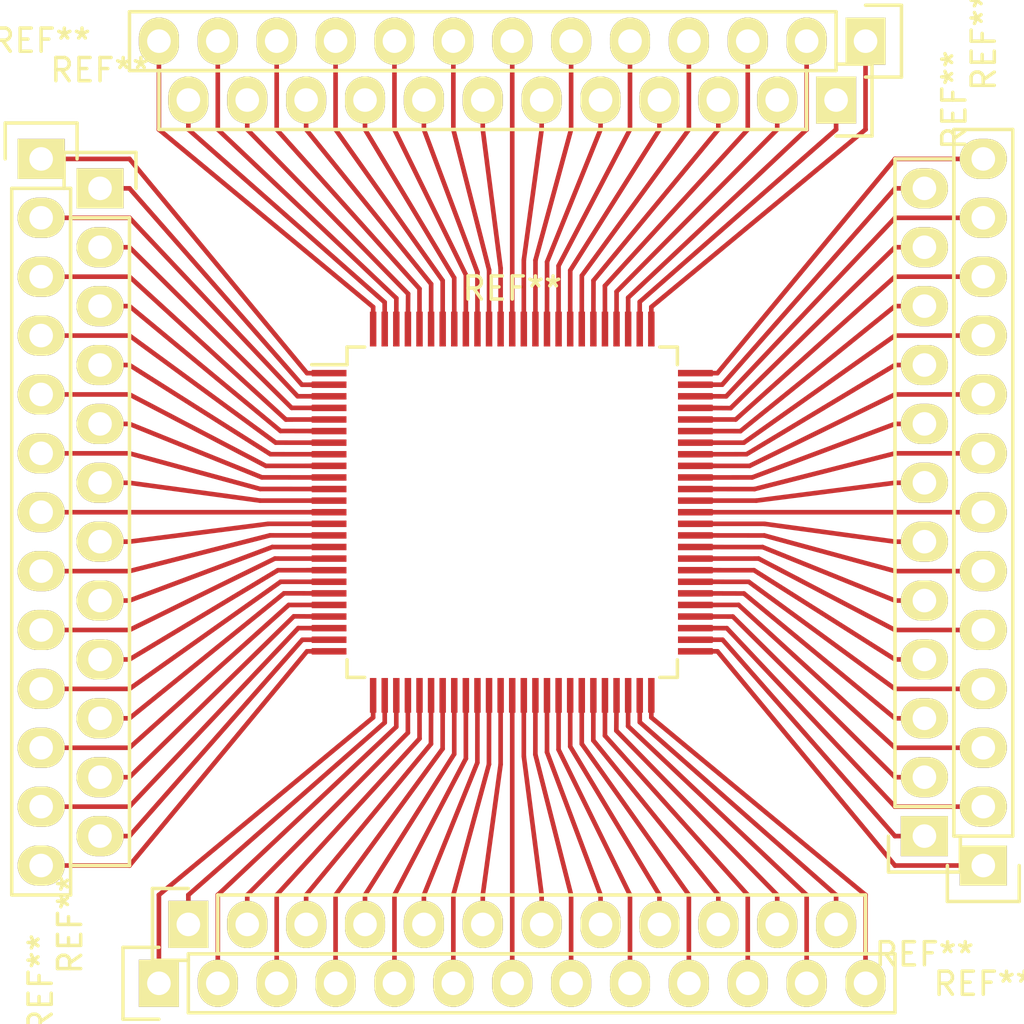
<source format=kicad_pcb>
(kicad_pcb (version 4) (host pcbnew 4.0.4+e1-6308~48~ubuntu14.04.1-stable)

  (general
    (links 0)
    (no_connects 0)
    (area 63.745713 49.775713 124.214287 110.244287)
    (thickness 1.6)
    (drawings 0)
    (tracks 320)
    (zones 0)
    (modules 9)
    (nets 1)
  )

  (page A4)
  (layers
    (0 F.Cu signal)
    (1 In1.Cu signal)
    (2 In2.Cu signal)
    (3 In3.Cu signal)
    (4 In4.Cu signal)
    (31 B.Cu signal)
    (32 B.Adhes user hide)
    (33 F.Adhes user hide)
    (34 B.Paste user hide)
    (35 F.Paste user hide)
    (36 B.SilkS user hide)
    (37 F.SilkS user hide)
    (38 B.Mask user hide)
    (39 F.Mask user hide)
    (40 Dwgs.User user hide)
    (41 Cmts.User user)
    (42 Eco1.User user)
    (43 Eco2.User user hide)
    (44 Edge.Cuts user hide)
    (45 Margin user)
    (46 B.CrtYd user hide)
    (47 F.CrtYd user hide)
    (48 B.Fab user hide)
    (49 F.Fab user hide)
  )

  (setup
    (last_trace_width 0.2)
    (trace_clearance 0.2)
    (zone_clearance 0.508)
    (zone_45_only no)
    (trace_min 0.2)
    (segment_width 0.2)
    (edge_width 0.15)
    (via_size 0.6)
    (via_drill 0.4)
    (via_min_size 0.4)
    (via_min_drill 0.3)
    (uvia_size 0.3)
    (uvia_drill 0.1)
    (uvias_allowed no)
    (uvia_min_size 0.2)
    (uvia_min_drill 0.1)
    (pcb_text_width 0.3)
    (pcb_text_size 1.5 1.5)
    (mod_edge_width 0.15)
    (mod_text_size 1 1)
    (mod_text_width 0.15)
    (pad_size 1.524 1.524)
    (pad_drill 0.762)
    (pad_to_mask_clearance 0.2)
    (aux_axis_origin 0 0)
    (visible_elements FFFFFF7F)
    (pcbplotparams
      (layerselection 0x00200_00000001)
      (usegerberextensions false)
      (excludeedgelayer true)
      (linewidth 0.100000)
      (plotframeref false)
      (viasonmask false)
      (mode 1)
      (useauxorigin false)
      (hpglpennumber 1)
      (hpglpenspeed 20)
      (hpglpendiameter 15)
      (hpglpenoverlay 2)
      (psnegative false)
      (psa4output false)
      (plotreference true)
      (plotvalue true)
      (plotinvisibletext false)
      (padsonsilk false)
      (subtractmaskfromsilk false)
      (outputformat 1)
      (mirror false)
      (drillshape 0)
      (scaleselection 1)
      (outputdirectory out/usb/))
  )

  (net 0 "")

  (net_class Default "This is the default net class."
    (clearance 0.2)
    (trace_width 0.2)
    (via_dia 0.6)
    (via_drill 0.4)
    (uvia_dia 0.3)
    (uvia_drill 0.1)
  )

  (module Pin_Headers:Pin_Header_Straight_1x13 (layer F.Cu) (tedit 0) (tstamp 57FE4ED2)
    (at 78.74 100.33 90)
    (descr "Through hole pin header")
    (tags "pin header")
    (fp_text reference REF** (at 0 -5.1 90) (layer F.SilkS)
      (effects (font (size 1 1) (thickness 0.15)))
    )
    (fp_text value Pin_Header_Straight_1x13 (at 0 -3.1 90) (layer F.Fab)
      (effects (font (size 1 1) (thickness 0.15)))
    )
    (fp_line (start -1.75 -1.75) (end -1.75 32.25) (layer F.CrtYd) (width 0.05))
    (fp_line (start 1.75 -1.75) (end 1.75 32.25) (layer F.CrtYd) (width 0.05))
    (fp_line (start -1.75 -1.75) (end 1.75 -1.75) (layer F.CrtYd) (width 0.05))
    (fp_line (start -1.75 32.25) (end 1.75 32.25) (layer F.CrtYd) (width 0.05))
    (fp_line (start -1.27 1.27) (end -1.27 31.75) (layer F.SilkS) (width 0.15))
    (fp_line (start -1.27 31.75) (end 1.27 31.75) (layer F.SilkS) (width 0.15))
    (fp_line (start 1.27 31.75) (end 1.27 1.27) (layer F.SilkS) (width 0.15))
    (fp_line (start 1.55 -1.55) (end 1.55 0) (layer F.SilkS) (width 0.15))
    (fp_line (start 1.27 1.27) (end -1.27 1.27) (layer F.SilkS) (width 0.15))
    (fp_line (start -1.55 0) (end -1.55 -1.55) (layer F.SilkS) (width 0.15))
    (fp_line (start -1.55 -1.55) (end 1.55 -1.55) (layer F.SilkS) (width 0.15))
    (pad 1 thru_hole rect (at 0 0 90) (size 2.032 1.7272) (drill 1.016) (layers *.Cu *.Mask F.SilkS))
    (pad 2 thru_hole oval (at 0 2.54 90) (size 2.032 1.7272) (drill 1.016) (layers *.Cu *.Mask F.SilkS))
    (pad 3 thru_hole oval (at 0 5.08 90) (size 2.032 1.7272) (drill 1.016) (layers *.Cu *.Mask F.SilkS))
    (pad 4 thru_hole oval (at 0 7.62 90) (size 2.032 1.7272) (drill 1.016) (layers *.Cu *.Mask F.SilkS))
    (pad 5 thru_hole oval (at 0 10.16 90) (size 2.032 1.7272) (drill 1.016) (layers *.Cu *.Mask F.SilkS))
    (pad 6 thru_hole oval (at 0 12.7 90) (size 2.032 1.7272) (drill 1.016) (layers *.Cu *.Mask F.SilkS))
    (pad 7 thru_hole oval (at 0 15.24 90) (size 2.032 1.7272) (drill 1.016) (layers *.Cu *.Mask F.SilkS))
    (pad 8 thru_hole oval (at 0 17.78 90) (size 2.032 1.7272) (drill 1.016) (layers *.Cu *.Mask F.SilkS))
    (pad 9 thru_hole oval (at 0 20.32 90) (size 2.032 1.7272) (drill 1.016) (layers *.Cu *.Mask F.SilkS))
    (pad 10 thru_hole oval (at 0 22.86 90) (size 2.032 1.7272) (drill 1.016) (layers *.Cu *.Mask F.SilkS))
    (pad 11 thru_hole oval (at 0 25.4 90) (size 2.032 1.7272) (drill 1.016) (layers *.Cu *.Mask F.SilkS))
    (pad 12 thru_hole oval (at 0 27.94 90) (size 2.032 1.7272) (drill 1.016) (layers *.Cu *.Mask F.SilkS))
    (pad 13 thru_hole oval (at 0 30.48 90) (size 2.032 1.7272) (drill 1.016) (layers *.Cu *.Mask F.SilkS))
    (model Pin_Headers.3dshapes/Pin_Header_Straight_1x13.wrl
      (at (xyz 0 -0.6 0))
      (scale (xyz 1 1 1))
      (rotate (xyz 0 0 90))
    )
  )

  (module Pin_Headers:Pin_Header_Straight_1x12 (layer F.Cu) (tedit 0) (tstamp 57FE4EB3)
    (at 80.01 97.79 90)
    (descr "Through hole pin header")
    (tags "pin header")
    (fp_text reference REF** (at 0 -5.1 90) (layer F.SilkS)
      (effects (font (size 1 1) (thickness 0.15)))
    )
    (fp_text value Pin_Header_Straight_1x12 (at 0 -3.1 90) (layer F.Fab)
      (effects (font (size 1 1) (thickness 0.15)))
    )
    (fp_line (start -1.75 -1.75) (end -1.75 29.7) (layer F.CrtYd) (width 0.05))
    (fp_line (start 1.75 -1.75) (end 1.75 29.7) (layer F.CrtYd) (width 0.05))
    (fp_line (start -1.75 -1.75) (end 1.75 -1.75) (layer F.CrtYd) (width 0.05))
    (fp_line (start -1.75 29.7) (end 1.75 29.7) (layer F.CrtYd) (width 0.05))
    (fp_line (start 1.27 1.27) (end 1.27 29.21) (layer F.SilkS) (width 0.15))
    (fp_line (start 1.27 29.21) (end -1.27 29.21) (layer F.SilkS) (width 0.15))
    (fp_line (start -1.27 29.21) (end -1.27 1.27) (layer F.SilkS) (width 0.15))
    (fp_line (start 1.55 -1.55) (end 1.55 0) (layer F.SilkS) (width 0.15))
    (fp_line (start 1.27 1.27) (end -1.27 1.27) (layer F.SilkS) (width 0.15))
    (fp_line (start -1.55 0) (end -1.55 -1.55) (layer F.SilkS) (width 0.15))
    (fp_line (start -1.55 -1.55) (end 1.55 -1.55) (layer F.SilkS) (width 0.15))
    (pad 1 thru_hole rect (at 0 0 90) (size 2.032 1.7272) (drill 1.016) (layers *.Cu *.Mask F.SilkS))
    (pad 2 thru_hole oval (at 0 2.54 90) (size 2.032 1.7272) (drill 1.016) (layers *.Cu *.Mask F.SilkS))
    (pad 3 thru_hole oval (at 0 5.08 90) (size 2.032 1.7272) (drill 1.016) (layers *.Cu *.Mask F.SilkS))
    (pad 4 thru_hole oval (at 0 7.62 90) (size 2.032 1.7272) (drill 1.016) (layers *.Cu *.Mask F.SilkS))
    (pad 5 thru_hole oval (at 0 10.16 90) (size 2.032 1.7272) (drill 1.016) (layers *.Cu *.Mask F.SilkS))
    (pad 6 thru_hole oval (at 0 12.7 90) (size 2.032 1.7272) (drill 1.016) (layers *.Cu *.Mask F.SilkS))
    (pad 7 thru_hole oval (at 0 15.24 90) (size 2.032 1.7272) (drill 1.016) (layers *.Cu *.Mask F.SilkS))
    (pad 8 thru_hole oval (at 0 17.78 90) (size 2.032 1.7272) (drill 1.016) (layers *.Cu *.Mask F.SilkS))
    (pad 9 thru_hole oval (at 0 20.32 90) (size 2.032 1.7272) (drill 1.016) (layers *.Cu *.Mask F.SilkS))
    (pad 10 thru_hole oval (at 0 22.86 90) (size 2.032 1.7272) (drill 1.016) (layers *.Cu *.Mask F.SilkS))
    (pad 11 thru_hole oval (at 0 25.4 90) (size 2.032 1.7272) (drill 1.016) (layers *.Cu *.Mask F.SilkS))
    (pad 12 thru_hole oval (at 0 27.94 90) (size 2.032 1.7272) (drill 1.016) (layers *.Cu *.Mask F.SilkS))
    (model Pin_Headers.3dshapes/Pin_Header_Straight_1x12.wrl
      (at (xyz 0 -0.55 0))
      (scale (xyz 1 1 1))
      (rotate (xyz 0 0 90))
    )
  )

  (module Pin_Headers:Pin_Header_Straight_1x12 (layer F.Cu) (tedit 0) (tstamp 57FE4E92)
    (at 107.95 62.23 270)
    (descr "Through hole pin header")
    (tags "pin header")
    (fp_text reference REF** (at 0 -5.1 270) (layer F.SilkS)
      (effects (font (size 1 1) (thickness 0.15)))
    )
    (fp_text value Pin_Header_Straight_1x12 (at 0 -3.1 270) (layer F.Fab)
      (effects (font (size 1 1) (thickness 0.15)))
    )
    (fp_line (start -1.75 -1.75) (end -1.75 29.7) (layer F.CrtYd) (width 0.05))
    (fp_line (start 1.75 -1.75) (end 1.75 29.7) (layer F.CrtYd) (width 0.05))
    (fp_line (start -1.75 -1.75) (end 1.75 -1.75) (layer F.CrtYd) (width 0.05))
    (fp_line (start -1.75 29.7) (end 1.75 29.7) (layer F.CrtYd) (width 0.05))
    (fp_line (start 1.27 1.27) (end 1.27 29.21) (layer F.SilkS) (width 0.15))
    (fp_line (start 1.27 29.21) (end -1.27 29.21) (layer F.SilkS) (width 0.15))
    (fp_line (start -1.27 29.21) (end -1.27 1.27) (layer F.SilkS) (width 0.15))
    (fp_line (start 1.55 -1.55) (end 1.55 0) (layer F.SilkS) (width 0.15))
    (fp_line (start 1.27 1.27) (end -1.27 1.27) (layer F.SilkS) (width 0.15))
    (fp_line (start -1.55 0) (end -1.55 -1.55) (layer F.SilkS) (width 0.15))
    (fp_line (start -1.55 -1.55) (end 1.55 -1.55) (layer F.SilkS) (width 0.15))
    (pad 1 thru_hole rect (at 0 0 270) (size 2.032 1.7272) (drill 1.016) (layers *.Cu *.Mask F.SilkS))
    (pad 2 thru_hole oval (at 0 2.54 270) (size 2.032 1.7272) (drill 1.016) (layers *.Cu *.Mask F.SilkS))
    (pad 3 thru_hole oval (at 0 5.08 270) (size 2.032 1.7272) (drill 1.016) (layers *.Cu *.Mask F.SilkS))
    (pad 4 thru_hole oval (at 0 7.62 270) (size 2.032 1.7272) (drill 1.016) (layers *.Cu *.Mask F.SilkS))
    (pad 5 thru_hole oval (at 0 10.16 270) (size 2.032 1.7272) (drill 1.016) (layers *.Cu *.Mask F.SilkS))
    (pad 6 thru_hole oval (at 0 12.7 270) (size 2.032 1.7272) (drill 1.016) (layers *.Cu *.Mask F.SilkS))
    (pad 7 thru_hole oval (at 0 15.24 270) (size 2.032 1.7272) (drill 1.016) (layers *.Cu *.Mask F.SilkS))
    (pad 8 thru_hole oval (at 0 17.78 270) (size 2.032 1.7272) (drill 1.016) (layers *.Cu *.Mask F.SilkS))
    (pad 9 thru_hole oval (at 0 20.32 270) (size 2.032 1.7272) (drill 1.016) (layers *.Cu *.Mask F.SilkS))
    (pad 10 thru_hole oval (at 0 22.86 270) (size 2.032 1.7272) (drill 1.016) (layers *.Cu *.Mask F.SilkS))
    (pad 11 thru_hole oval (at 0 25.4 270) (size 2.032 1.7272) (drill 1.016) (layers *.Cu *.Mask F.SilkS))
    (pad 12 thru_hole oval (at 0 27.94 270) (size 2.032 1.7272) (drill 1.016) (layers *.Cu *.Mask F.SilkS))
    (model Pin_Headers.3dshapes/Pin_Header_Straight_1x12.wrl
      (at (xyz 0 -0.55 0))
      (scale (xyz 1 1 1))
      (rotate (xyz 0 0 90))
    )
  )

  (module Pin_Headers:Pin_Header_Straight_1x13 (layer F.Cu) (tedit 0) (tstamp 57FE4E73)
    (at 109.22 59.69 270)
    (descr "Through hole pin header")
    (tags "pin header")
    (fp_text reference REF** (at 0 -5.1 270) (layer F.SilkS)
      (effects (font (size 1 1) (thickness 0.15)))
    )
    (fp_text value Pin_Header_Straight_1x13 (at 0 -3.1 270) (layer F.Fab)
      (effects (font (size 1 1) (thickness 0.15)))
    )
    (fp_line (start -1.75 -1.75) (end -1.75 32.25) (layer F.CrtYd) (width 0.05))
    (fp_line (start 1.75 -1.75) (end 1.75 32.25) (layer F.CrtYd) (width 0.05))
    (fp_line (start -1.75 -1.75) (end 1.75 -1.75) (layer F.CrtYd) (width 0.05))
    (fp_line (start -1.75 32.25) (end 1.75 32.25) (layer F.CrtYd) (width 0.05))
    (fp_line (start -1.27 1.27) (end -1.27 31.75) (layer F.SilkS) (width 0.15))
    (fp_line (start -1.27 31.75) (end 1.27 31.75) (layer F.SilkS) (width 0.15))
    (fp_line (start 1.27 31.75) (end 1.27 1.27) (layer F.SilkS) (width 0.15))
    (fp_line (start 1.55 -1.55) (end 1.55 0) (layer F.SilkS) (width 0.15))
    (fp_line (start 1.27 1.27) (end -1.27 1.27) (layer F.SilkS) (width 0.15))
    (fp_line (start -1.55 0) (end -1.55 -1.55) (layer F.SilkS) (width 0.15))
    (fp_line (start -1.55 -1.55) (end 1.55 -1.55) (layer F.SilkS) (width 0.15))
    (pad 1 thru_hole rect (at 0 0 270) (size 2.032 1.7272) (drill 1.016) (layers *.Cu *.Mask F.SilkS))
    (pad 2 thru_hole oval (at 0 2.54 270) (size 2.032 1.7272) (drill 1.016) (layers *.Cu *.Mask F.SilkS))
    (pad 3 thru_hole oval (at 0 5.08 270) (size 2.032 1.7272) (drill 1.016) (layers *.Cu *.Mask F.SilkS))
    (pad 4 thru_hole oval (at 0 7.62 270) (size 2.032 1.7272) (drill 1.016) (layers *.Cu *.Mask F.SilkS))
    (pad 5 thru_hole oval (at 0 10.16 270) (size 2.032 1.7272) (drill 1.016) (layers *.Cu *.Mask F.SilkS))
    (pad 6 thru_hole oval (at 0 12.7 270) (size 2.032 1.7272) (drill 1.016) (layers *.Cu *.Mask F.SilkS))
    (pad 7 thru_hole oval (at 0 15.24 270) (size 2.032 1.7272) (drill 1.016) (layers *.Cu *.Mask F.SilkS))
    (pad 8 thru_hole oval (at 0 17.78 270) (size 2.032 1.7272) (drill 1.016) (layers *.Cu *.Mask F.SilkS))
    (pad 9 thru_hole oval (at 0 20.32 270) (size 2.032 1.7272) (drill 1.016) (layers *.Cu *.Mask F.SilkS))
    (pad 10 thru_hole oval (at 0 22.86 270) (size 2.032 1.7272) (drill 1.016) (layers *.Cu *.Mask F.SilkS))
    (pad 11 thru_hole oval (at 0 25.4 270) (size 2.032 1.7272) (drill 1.016) (layers *.Cu *.Mask F.SilkS))
    (pad 12 thru_hole oval (at 0 27.94 270) (size 2.032 1.7272) (drill 1.016) (layers *.Cu *.Mask F.SilkS))
    (pad 13 thru_hole oval (at 0 30.48 270) (size 2.032 1.7272) (drill 1.016) (layers *.Cu *.Mask F.SilkS))
    (model Pin_Headers.3dshapes/Pin_Header_Straight_1x13.wrl
      (at (xyz 0 -0.6 0))
      (scale (xyz 1 1 1))
      (rotate (xyz 0 0 90))
    )
  )

  (module Pin_Headers:Pin_Header_Straight_1x13 (layer F.Cu) (tedit 0) (tstamp 57FE4E1A)
    (at 114.3 95.25 180)
    (descr "Through hole pin header")
    (tags "pin header")
    (fp_text reference REF** (at 0 -5.1 180) (layer F.SilkS)
      (effects (font (size 1 1) (thickness 0.15)))
    )
    (fp_text value Pin_Header_Straight_1x13 (at 0 -3.1 180) (layer F.Fab)
      (effects (font (size 1 1) (thickness 0.15)))
    )
    (fp_line (start -1.75 -1.75) (end -1.75 32.25) (layer F.CrtYd) (width 0.05))
    (fp_line (start 1.75 -1.75) (end 1.75 32.25) (layer F.CrtYd) (width 0.05))
    (fp_line (start -1.75 -1.75) (end 1.75 -1.75) (layer F.CrtYd) (width 0.05))
    (fp_line (start -1.75 32.25) (end 1.75 32.25) (layer F.CrtYd) (width 0.05))
    (fp_line (start -1.27 1.27) (end -1.27 31.75) (layer F.SilkS) (width 0.15))
    (fp_line (start -1.27 31.75) (end 1.27 31.75) (layer F.SilkS) (width 0.15))
    (fp_line (start 1.27 31.75) (end 1.27 1.27) (layer F.SilkS) (width 0.15))
    (fp_line (start 1.55 -1.55) (end 1.55 0) (layer F.SilkS) (width 0.15))
    (fp_line (start 1.27 1.27) (end -1.27 1.27) (layer F.SilkS) (width 0.15))
    (fp_line (start -1.55 0) (end -1.55 -1.55) (layer F.SilkS) (width 0.15))
    (fp_line (start -1.55 -1.55) (end 1.55 -1.55) (layer F.SilkS) (width 0.15))
    (pad 1 thru_hole rect (at 0 0 180) (size 2.032 1.7272) (drill 1.016) (layers *.Cu *.Mask F.SilkS))
    (pad 2 thru_hole oval (at 0 2.54 180) (size 2.032 1.7272) (drill 1.016) (layers *.Cu *.Mask F.SilkS))
    (pad 3 thru_hole oval (at 0 5.08 180) (size 2.032 1.7272) (drill 1.016) (layers *.Cu *.Mask F.SilkS))
    (pad 4 thru_hole oval (at 0 7.62 180) (size 2.032 1.7272) (drill 1.016) (layers *.Cu *.Mask F.SilkS))
    (pad 5 thru_hole oval (at 0 10.16 180) (size 2.032 1.7272) (drill 1.016) (layers *.Cu *.Mask F.SilkS))
    (pad 6 thru_hole oval (at 0 12.7 180) (size 2.032 1.7272) (drill 1.016) (layers *.Cu *.Mask F.SilkS))
    (pad 7 thru_hole oval (at 0 15.24 180) (size 2.032 1.7272) (drill 1.016) (layers *.Cu *.Mask F.SilkS))
    (pad 8 thru_hole oval (at 0 17.78 180) (size 2.032 1.7272) (drill 1.016) (layers *.Cu *.Mask F.SilkS))
    (pad 9 thru_hole oval (at 0 20.32 180) (size 2.032 1.7272) (drill 1.016) (layers *.Cu *.Mask F.SilkS))
    (pad 10 thru_hole oval (at 0 22.86 180) (size 2.032 1.7272) (drill 1.016) (layers *.Cu *.Mask F.SilkS))
    (pad 11 thru_hole oval (at 0 25.4 180) (size 2.032 1.7272) (drill 1.016) (layers *.Cu *.Mask F.SilkS))
    (pad 12 thru_hole oval (at 0 27.94 180) (size 2.032 1.7272) (drill 1.016) (layers *.Cu *.Mask F.SilkS))
    (pad 13 thru_hole oval (at 0 30.48 180) (size 2.032 1.7272) (drill 1.016) (layers *.Cu *.Mask F.SilkS))
    (model Pin_Headers.3dshapes/Pin_Header_Straight_1x13.wrl
      (at (xyz 0 -0.6 0))
      (scale (xyz 1 1 1))
      (rotate (xyz 0 0 90))
    )
  )

  (module Pin_Headers:Pin_Header_Straight_1x12 (layer F.Cu) (tedit 0) (tstamp 57FE4E00)
    (at 111.76 93.98 180)
    (descr "Through hole pin header")
    (tags "pin header")
    (fp_text reference REF** (at 0 -5.1 180) (layer F.SilkS)
      (effects (font (size 1 1) (thickness 0.15)))
    )
    (fp_text value Pin_Header_Straight_1x12 (at 0 -3.1 180) (layer F.Fab)
      (effects (font (size 1 1) (thickness 0.15)))
    )
    (fp_line (start -1.75 -1.75) (end -1.75 29.7) (layer F.CrtYd) (width 0.05))
    (fp_line (start 1.75 -1.75) (end 1.75 29.7) (layer F.CrtYd) (width 0.05))
    (fp_line (start -1.75 -1.75) (end 1.75 -1.75) (layer F.CrtYd) (width 0.05))
    (fp_line (start -1.75 29.7) (end 1.75 29.7) (layer F.CrtYd) (width 0.05))
    (fp_line (start 1.27 1.27) (end 1.27 29.21) (layer F.SilkS) (width 0.15))
    (fp_line (start 1.27 29.21) (end -1.27 29.21) (layer F.SilkS) (width 0.15))
    (fp_line (start -1.27 29.21) (end -1.27 1.27) (layer F.SilkS) (width 0.15))
    (fp_line (start 1.55 -1.55) (end 1.55 0) (layer F.SilkS) (width 0.15))
    (fp_line (start 1.27 1.27) (end -1.27 1.27) (layer F.SilkS) (width 0.15))
    (fp_line (start -1.55 0) (end -1.55 -1.55) (layer F.SilkS) (width 0.15))
    (fp_line (start -1.55 -1.55) (end 1.55 -1.55) (layer F.SilkS) (width 0.15))
    (pad 1 thru_hole rect (at 0 0 180) (size 2.032 1.7272) (drill 1.016) (layers *.Cu *.Mask F.SilkS))
    (pad 2 thru_hole oval (at 0 2.54 180) (size 2.032 1.7272) (drill 1.016) (layers *.Cu *.Mask F.SilkS))
    (pad 3 thru_hole oval (at 0 5.08 180) (size 2.032 1.7272) (drill 1.016) (layers *.Cu *.Mask F.SilkS))
    (pad 4 thru_hole oval (at 0 7.62 180) (size 2.032 1.7272) (drill 1.016) (layers *.Cu *.Mask F.SilkS))
    (pad 5 thru_hole oval (at 0 10.16 180) (size 2.032 1.7272) (drill 1.016) (layers *.Cu *.Mask F.SilkS))
    (pad 6 thru_hole oval (at 0 12.7 180) (size 2.032 1.7272) (drill 1.016) (layers *.Cu *.Mask F.SilkS))
    (pad 7 thru_hole oval (at 0 15.24 180) (size 2.032 1.7272) (drill 1.016) (layers *.Cu *.Mask F.SilkS))
    (pad 8 thru_hole oval (at 0 17.78 180) (size 2.032 1.7272) (drill 1.016) (layers *.Cu *.Mask F.SilkS))
    (pad 9 thru_hole oval (at 0 20.32 180) (size 2.032 1.7272) (drill 1.016) (layers *.Cu *.Mask F.SilkS))
    (pad 10 thru_hole oval (at 0 22.86 180) (size 2.032 1.7272) (drill 1.016) (layers *.Cu *.Mask F.SilkS))
    (pad 11 thru_hole oval (at 0 25.4 180) (size 2.032 1.7272) (drill 1.016) (layers *.Cu *.Mask F.SilkS))
    (pad 12 thru_hole oval (at 0 27.94 180) (size 2.032 1.7272) (drill 1.016) (layers *.Cu *.Mask F.SilkS))
    (model Pin_Headers.3dshapes/Pin_Header_Straight_1x12.wrl
      (at (xyz 0 -0.55 0))
      (scale (xyz 1 1 1))
      (rotate (xyz 0 0 90))
    )
  )

  (module Housings_QFP:LQFP-100_14x14mm_Pitch0.5mm (layer F.Cu) (tedit 54130A77) (tstamp 57FD4E90)
    (at 93.98 80.01)
    (descr "LQFP100: plastic low profile quad flat package; 100 leads; body 14 x 14 x 1.4 mm (see NXP sot407-1_po.pdf and sot407-1_fr.pdf)")
    (tags "QFP 0.5")
    (attr smd)
    (fp_text reference REF** (at 0 -9.65) (layer F.SilkS)
      (effects (font (size 1 1) (thickness 0.15)))
    )
    (fp_text value LQFP-100_14x14mm_Pitch0.5mm (at 0 9.65) (layer F.Fab)
      (effects (font (size 1 1) (thickness 0.15)))
    )
    (fp_line (start -8.9 -8.9) (end -8.9 8.9) (layer F.CrtYd) (width 0.05))
    (fp_line (start 8.9 -8.9) (end 8.9 8.9) (layer F.CrtYd) (width 0.05))
    (fp_line (start -8.9 -8.9) (end 8.9 -8.9) (layer F.CrtYd) (width 0.05))
    (fp_line (start -8.9 8.9) (end 8.9 8.9) (layer F.CrtYd) (width 0.05))
    (fp_line (start -7.125 -7.125) (end -7.125 -6.365) (layer F.SilkS) (width 0.15))
    (fp_line (start 7.125 -7.125) (end 7.125 -6.365) (layer F.SilkS) (width 0.15))
    (fp_line (start 7.125 7.125) (end 7.125 6.365) (layer F.SilkS) (width 0.15))
    (fp_line (start -7.125 7.125) (end -7.125 6.365) (layer F.SilkS) (width 0.15))
    (fp_line (start -7.125 -7.125) (end -6.365 -7.125) (layer F.SilkS) (width 0.15))
    (fp_line (start -7.125 7.125) (end -6.365 7.125) (layer F.SilkS) (width 0.15))
    (fp_line (start 7.125 7.125) (end 6.365 7.125) (layer F.SilkS) (width 0.15))
    (fp_line (start 7.125 -7.125) (end 6.365 -7.125) (layer F.SilkS) (width 0.15))
    (fp_line (start -7.125 -6.365) (end -8.65 -6.365) (layer F.SilkS) (width 0.15))
    (pad 1 smd rect (at -7.9 -6) (size 1.5 0.28) (layers F.Cu F.Paste F.Mask))
    (pad 2 smd rect (at -7.9 -5.5) (size 1.5 0.28) (layers F.Cu F.Paste F.Mask))
    (pad 3 smd rect (at -7.9 -5) (size 1.5 0.28) (layers F.Cu F.Paste F.Mask))
    (pad 4 smd rect (at -7.9 -4.5) (size 1.5 0.28) (layers F.Cu F.Paste F.Mask))
    (pad 5 smd rect (at -7.9 -4) (size 1.5 0.28) (layers F.Cu F.Paste F.Mask))
    (pad 6 smd rect (at -7.9 -3.5) (size 1.5 0.28) (layers F.Cu F.Paste F.Mask))
    (pad 7 smd rect (at -7.9 -3) (size 1.5 0.28) (layers F.Cu F.Paste F.Mask))
    (pad 8 smd rect (at -7.9 -2.5) (size 1.5 0.28) (layers F.Cu F.Paste F.Mask))
    (pad 9 smd rect (at -7.9 -2) (size 1.5 0.28) (layers F.Cu F.Paste F.Mask))
    (pad 10 smd rect (at -7.9 -1.5) (size 1.5 0.28) (layers F.Cu F.Paste F.Mask))
    (pad 11 smd rect (at -7.9 -1) (size 1.5 0.28) (layers F.Cu F.Paste F.Mask))
    (pad 12 smd rect (at -7.9 -0.5) (size 1.5 0.28) (layers F.Cu F.Paste F.Mask))
    (pad 13 smd rect (at -7.9 0) (size 1.5 0.28) (layers F.Cu F.Paste F.Mask))
    (pad 14 smd rect (at -7.9 0.5) (size 1.5 0.28) (layers F.Cu F.Paste F.Mask))
    (pad 15 smd rect (at -7.9 1) (size 1.5 0.28) (layers F.Cu F.Paste F.Mask))
    (pad 16 smd rect (at -7.9 1.5) (size 1.5 0.28) (layers F.Cu F.Paste F.Mask))
    (pad 17 smd rect (at -7.9 2) (size 1.5 0.28) (layers F.Cu F.Paste F.Mask))
    (pad 18 smd rect (at -7.9 2.5) (size 1.5 0.28) (layers F.Cu F.Paste F.Mask))
    (pad 19 smd rect (at -7.9 3) (size 1.5 0.28) (layers F.Cu F.Paste F.Mask))
    (pad 20 smd rect (at -7.9 3.5) (size 1.5 0.28) (layers F.Cu F.Paste F.Mask))
    (pad 21 smd rect (at -7.9 4) (size 1.5 0.28) (layers F.Cu F.Paste F.Mask))
    (pad 22 smd rect (at -7.9 4.5) (size 1.5 0.28) (layers F.Cu F.Paste F.Mask))
    (pad 23 smd rect (at -7.9 5) (size 1.5 0.28) (layers F.Cu F.Paste F.Mask))
    (pad 24 smd rect (at -7.9 5.5) (size 1.5 0.28) (layers F.Cu F.Paste F.Mask))
    (pad 25 smd rect (at -7.9 6) (size 1.5 0.28) (layers F.Cu F.Paste F.Mask))
    (pad 26 smd rect (at -6 7.9 90) (size 1.5 0.28) (layers F.Cu F.Paste F.Mask))
    (pad 27 smd rect (at -5.5 7.9 90) (size 1.5 0.28) (layers F.Cu F.Paste F.Mask))
    (pad 28 smd rect (at -5 7.9 90) (size 1.5 0.28) (layers F.Cu F.Paste F.Mask))
    (pad 29 smd rect (at -4.5 7.9 90) (size 1.5 0.28) (layers F.Cu F.Paste F.Mask))
    (pad 30 smd rect (at -4 7.9 90) (size 1.5 0.28) (layers F.Cu F.Paste F.Mask))
    (pad 31 smd rect (at -3.5 7.9 90) (size 1.5 0.28) (layers F.Cu F.Paste F.Mask))
    (pad 32 smd rect (at -3 7.9 90) (size 1.5 0.28) (layers F.Cu F.Paste F.Mask))
    (pad 33 smd rect (at -2.5 7.9 90) (size 1.5 0.28) (layers F.Cu F.Paste F.Mask))
    (pad 34 smd rect (at -2 7.9 90) (size 1.5 0.28) (layers F.Cu F.Paste F.Mask))
    (pad 35 smd rect (at -1.5 7.9 90) (size 1.5 0.28) (layers F.Cu F.Paste F.Mask))
    (pad 36 smd rect (at -1 7.9 90) (size 1.5 0.28) (layers F.Cu F.Paste F.Mask))
    (pad 37 smd rect (at -0.5 7.9 90) (size 1.5 0.28) (layers F.Cu F.Paste F.Mask))
    (pad 38 smd rect (at 0 7.9 90) (size 1.5 0.28) (layers F.Cu F.Paste F.Mask))
    (pad 39 smd rect (at 0.5 7.9 90) (size 1.5 0.28) (layers F.Cu F.Paste F.Mask))
    (pad 40 smd rect (at 1 7.9 90) (size 1.5 0.28) (layers F.Cu F.Paste F.Mask))
    (pad 41 smd rect (at 1.5 7.9 90) (size 1.5 0.28) (layers F.Cu F.Paste F.Mask))
    (pad 42 smd rect (at 2 7.9 90) (size 1.5 0.28) (layers F.Cu F.Paste F.Mask))
    (pad 43 smd rect (at 2.5 7.9 90) (size 1.5 0.28) (layers F.Cu F.Paste F.Mask))
    (pad 44 smd rect (at 3 7.9 90) (size 1.5 0.28) (layers F.Cu F.Paste F.Mask))
    (pad 45 smd rect (at 3.5 7.9 90) (size 1.5 0.28) (layers F.Cu F.Paste F.Mask))
    (pad 46 smd rect (at 4 7.9 90) (size 1.5 0.28) (layers F.Cu F.Paste F.Mask))
    (pad 47 smd rect (at 4.5 7.9 90) (size 1.5 0.28) (layers F.Cu F.Paste F.Mask))
    (pad 48 smd rect (at 5 7.9 90) (size 1.5 0.28) (layers F.Cu F.Paste F.Mask))
    (pad 49 smd rect (at 5.5 7.9 90) (size 1.5 0.28) (layers F.Cu F.Paste F.Mask))
    (pad 50 smd rect (at 6 7.9 90) (size 1.5 0.28) (layers F.Cu F.Paste F.Mask))
    (pad 51 smd rect (at 7.9 6) (size 1.5 0.28) (layers F.Cu F.Paste F.Mask))
    (pad 52 smd rect (at 7.9 5.5) (size 1.5 0.28) (layers F.Cu F.Paste F.Mask))
    (pad 53 smd rect (at 7.9 5) (size 1.5 0.28) (layers F.Cu F.Paste F.Mask))
    (pad 54 smd rect (at 7.9 4.5) (size 1.5 0.28) (layers F.Cu F.Paste F.Mask))
    (pad 55 smd rect (at 7.9 4) (size 1.5 0.28) (layers F.Cu F.Paste F.Mask))
    (pad 56 smd rect (at 7.9 3.5) (size 1.5 0.28) (layers F.Cu F.Paste F.Mask))
    (pad 57 smd rect (at 7.9 3) (size 1.5 0.28) (layers F.Cu F.Paste F.Mask))
    (pad 58 smd rect (at 7.9 2.5) (size 1.5 0.28) (layers F.Cu F.Paste F.Mask))
    (pad 59 smd rect (at 7.9 2) (size 1.5 0.28) (layers F.Cu F.Paste F.Mask))
    (pad 60 smd rect (at 7.9 1.5) (size 1.5 0.28) (layers F.Cu F.Paste F.Mask))
    (pad 61 smd rect (at 7.9 1) (size 1.5 0.28) (layers F.Cu F.Paste F.Mask))
    (pad 62 smd rect (at 7.9 0.5) (size 1.5 0.28) (layers F.Cu F.Paste F.Mask))
    (pad 63 smd rect (at 7.9 0) (size 1.5 0.28) (layers F.Cu F.Paste F.Mask))
    (pad 64 smd rect (at 7.9 -0.5) (size 1.5 0.28) (layers F.Cu F.Paste F.Mask))
    (pad 65 smd rect (at 7.9 -1) (size 1.5 0.28) (layers F.Cu F.Paste F.Mask))
    (pad 66 smd rect (at 7.9 -1.5) (size 1.5 0.28) (layers F.Cu F.Paste F.Mask))
    (pad 67 smd rect (at 7.9 -2) (size 1.5 0.28) (layers F.Cu F.Paste F.Mask))
    (pad 68 smd rect (at 7.9 -2.5) (size 1.5 0.28) (layers F.Cu F.Paste F.Mask))
    (pad 69 smd rect (at 7.9 -3) (size 1.5 0.28) (layers F.Cu F.Paste F.Mask))
    (pad 70 smd rect (at 7.9 -3.5) (size 1.5 0.28) (layers F.Cu F.Paste F.Mask))
    (pad 71 smd rect (at 7.9 -4) (size 1.5 0.28) (layers F.Cu F.Paste F.Mask))
    (pad 72 smd rect (at 7.9 -4.5) (size 1.5 0.28) (layers F.Cu F.Paste F.Mask))
    (pad 73 smd rect (at 7.9 -5) (size 1.5 0.28) (layers F.Cu F.Paste F.Mask))
    (pad 74 smd rect (at 7.9 -5.5) (size 1.5 0.28) (layers F.Cu F.Paste F.Mask))
    (pad 75 smd rect (at 7.9 -6) (size 1.5 0.28) (layers F.Cu F.Paste F.Mask))
    (pad 76 smd rect (at 6 -7.9 90) (size 1.5 0.28) (layers F.Cu F.Paste F.Mask))
    (pad 77 smd rect (at 5.5 -7.9 90) (size 1.5 0.28) (layers F.Cu F.Paste F.Mask))
    (pad 78 smd rect (at 5 -7.9 90) (size 1.5 0.28) (layers F.Cu F.Paste F.Mask))
    (pad 79 smd rect (at 4.5 -7.9 90) (size 1.5 0.28) (layers F.Cu F.Paste F.Mask))
    (pad 80 smd rect (at 4 -7.9 90) (size 1.5 0.28) (layers F.Cu F.Paste F.Mask))
    (pad 81 smd rect (at 3.5 -7.9 90) (size 1.5 0.28) (layers F.Cu F.Paste F.Mask))
    (pad 82 smd rect (at 3 -7.9 90) (size 1.5 0.28) (layers F.Cu F.Paste F.Mask))
    (pad 83 smd rect (at 2.5 -7.9 90) (size 1.5 0.28) (layers F.Cu F.Paste F.Mask))
    (pad 84 smd rect (at 2 -7.9 90) (size 1.5 0.28) (layers F.Cu F.Paste F.Mask))
    (pad 85 smd rect (at 1.5 -7.9 90) (size 1.5 0.28) (layers F.Cu F.Paste F.Mask))
    (pad 86 smd rect (at 1 -7.9 90) (size 1.5 0.28) (layers F.Cu F.Paste F.Mask))
    (pad 87 smd rect (at 0.5 -7.9 90) (size 1.5 0.28) (layers F.Cu F.Paste F.Mask))
    (pad 88 smd rect (at 0 -7.9 90) (size 1.5 0.28) (layers F.Cu F.Paste F.Mask))
    (pad 89 smd rect (at -0.5 -7.9 90) (size 1.5 0.28) (layers F.Cu F.Paste F.Mask))
    (pad 90 smd rect (at -1 -7.9 90) (size 1.5 0.28) (layers F.Cu F.Paste F.Mask))
    (pad 91 smd rect (at -1.5 -7.9 90) (size 1.5 0.28) (layers F.Cu F.Paste F.Mask))
    (pad 92 smd rect (at -2 -7.9 90) (size 1.5 0.28) (layers F.Cu F.Paste F.Mask))
    (pad 93 smd rect (at -2.5 -7.9 90) (size 1.5 0.28) (layers F.Cu F.Paste F.Mask))
    (pad 94 smd rect (at -3 -7.9 90) (size 1.5 0.28) (layers F.Cu F.Paste F.Mask))
    (pad 95 smd rect (at -3.5 -7.9 90) (size 1.5 0.28) (layers F.Cu F.Paste F.Mask))
    (pad 96 smd rect (at -4 -7.9 90) (size 1.5 0.28) (layers F.Cu F.Paste F.Mask))
    (pad 97 smd rect (at -4.5 -7.9 90) (size 1.5 0.28) (layers F.Cu F.Paste F.Mask))
    (pad 98 smd rect (at -5 -7.9 90) (size 1.5 0.28) (layers F.Cu F.Paste F.Mask))
    (pad 99 smd rect (at -5.5 -7.9 90) (size 1.5 0.28) (layers F.Cu F.Paste F.Mask))
    (pad 100 smd rect (at -6 -7.9 90) (size 1.5 0.28) (layers F.Cu F.Paste F.Mask))
    (model Housings_QFP.3dshapes/LQFP-100_14x14mm_Pitch0.5mm.wrl
      (at (xyz 0 0 0))
      (scale (xyz 1 1 1))
      (rotate (xyz 0 0 0))
    )
  )

  (module Pin_Headers:Pin_Header_Straight_1x12 (layer F.Cu) (tedit 0) (tstamp 57FDE2B2)
    (at 76.2 66.04)
    (descr "Through hole pin header")
    (tags "pin header")
    (fp_text reference REF** (at 0 -5.1) (layer F.SilkS)
      (effects (font (size 1 1) (thickness 0.15)))
    )
    (fp_text value Pin_Header_Straight_1x12 (at 0 -3.1) (layer F.Fab)
      (effects (font (size 1 1) (thickness 0.15)))
    )
    (fp_line (start -1.75 -1.75) (end -1.75 29.7) (layer F.CrtYd) (width 0.05))
    (fp_line (start 1.75 -1.75) (end 1.75 29.7) (layer F.CrtYd) (width 0.05))
    (fp_line (start -1.75 -1.75) (end 1.75 -1.75) (layer F.CrtYd) (width 0.05))
    (fp_line (start -1.75 29.7) (end 1.75 29.7) (layer F.CrtYd) (width 0.05))
    (fp_line (start 1.27 1.27) (end 1.27 29.21) (layer F.SilkS) (width 0.15))
    (fp_line (start 1.27 29.21) (end -1.27 29.21) (layer F.SilkS) (width 0.15))
    (fp_line (start -1.27 29.21) (end -1.27 1.27) (layer F.SilkS) (width 0.15))
    (fp_line (start 1.55 -1.55) (end 1.55 0) (layer F.SilkS) (width 0.15))
    (fp_line (start 1.27 1.27) (end -1.27 1.27) (layer F.SilkS) (width 0.15))
    (fp_line (start -1.55 0) (end -1.55 -1.55) (layer F.SilkS) (width 0.15))
    (fp_line (start -1.55 -1.55) (end 1.55 -1.55) (layer F.SilkS) (width 0.15))
    (pad 1 thru_hole rect (at 0 0) (size 2.032 1.7272) (drill 1.016) (layers *.Cu *.Mask F.SilkS))
    (pad 2 thru_hole oval (at 0 2.54) (size 2.032 1.7272) (drill 1.016) (layers *.Cu *.Mask F.SilkS))
    (pad 3 thru_hole oval (at 0 5.08) (size 2.032 1.7272) (drill 1.016) (layers *.Cu *.Mask F.SilkS))
    (pad 4 thru_hole oval (at 0 7.62) (size 2.032 1.7272) (drill 1.016) (layers *.Cu *.Mask F.SilkS))
    (pad 5 thru_hole oval (at 0 10.16) (size 2.032 1.7272) (drill 1.016) (layers *.Cu *.Mask F.SilkS))
    (pad 6 thru_hole oval (at 0 12.7) (size 2.032 1.7272) (drill 1.016) (layers *.Cu *.Mask F.SilkS))
    (pad 7 thru_hole oval (at 0 15.24) (size 2.032 1.7272) (drill 1.016) (layers *.Cu *.Mask F.SilkS))
    (pad 8 thru_hole oval (at 0 17.78) (size 2.032 1.7272) (drill 1.016) (layers *.Cu *.Mask F.SilkS))
    (pad 9 thru_hole oval (at 0 20.32) (size 2.032 1.7272) (drill 1.016) (layers *.Cu *.Mask F.SilkS))
    (pad 10 thru_hole oval (at 0 22.86) (size 2.032 1.7272) (drill 1.016) (layers *.Cu *.Mask F.SilkS))
    (pad 11 thru_hole oval (at 0 25.4) (size 2.032 1.7272) (drill 1.016) (layers *.Cu *.Mask F.SilkS))
    (pad 12 thru_hole oval (at 0 27.94) (size 2.032 1.7272) (drill 1.016) (layers *.Cu *.Mask F.SilkS))
    (model Pin_Headers.3dshapes/Pin_Header_Straight_1x12.wrl
      (at (xyz 0 -0.55 0))
      (scale (xyz 1 1 1))
      (rotate (xyz 0 0 90))
    )
  )

  (module Pin_Headers:Pin_Header_Straight_1x13 (layer F.Cu) (tedit 0) (tstamp 57FE4D8C)
    (at 73.66 64.77)
    (descr "Through hole pin header")
    (tags "pin header")
    (fp_text reference REF** (at 0 -5.1) (layer F.SilkS)
      (effects (font (size 1 1) (thickness 0.15)))
    )
    (fp_text value Pin_Header_Straight_1x13 (at 0 -3.1) (layer F.Fab)
      (effects (font (size 1 1) (thickness 0.15)))
    )
    (fp_line (start -1.75 -1.75) (end -1.75 32.25) (layer F.CrtYd) (width 0.05))
    (fp_line (start 1.75 -1.75) (end 1.75 32.25) (layer F.CrtYd) (width 0.05))
    (fp_line (start -1.75 -1.75) (end 1.75 -1.75) (layer F.CrtYd) (width 0.05))
    (fp_line (start -1.75 32.25) (end 1.75 32.25) (layer F.CrtYd) (width 0.05))
    (fp_line (start -1.27 1.27) (end -1.27 31.75) (layer F.SilkS) (width 0.15))
    (fp_line (start -1.27 31.75) (end 1.27 31.75) (layer F.SilkS) (width 0.15))
    (fp_line (start 1.27 31.75) (end 1.27 1.27) (layer F.SilkS) (width 0.15))
    (fp_line (start 1.55 -1.55) (end 1.55 0) (layer F.SilkS) (width 0.15))
    (fp_line (start 1.27 1.27) (end -1.27 1.27) (layer F.SilkS) (width 0.15))
    (fp_line (start -1.55 0) (end -1.55 -1.55) (layer F.SilkS) (width 0.15))
    (fp_line (start -1.55 -1.55) (end 1.55 -1.55) (layer F.SilkS) (width 0.15))
    (pad 1 thru_hole rect (at 0 0) (size 2.032 1.7272) (drill 1.016) (layers *.Cu *.Mask F.SilkS))
    (pad 2 thru_hole oval (at 0 2.54) (size 2.032 1.7272) (drill 1.016) (layers *.Cu *.Mask F.SilkS))
    (pad 3 thru_hole oval (at 0 5.08) (size 2.032 1.7272) (drill 1.016) (layers *.Cu *.Mask F.SilkS))
    (pad 4 thru_hole oval (at 0 7.62) (size 2.032 1.7272) (drill 1.016) (layers *.Cu *.Mask F.SilkS))
    (pad 5 thru_hole oval (at 0 10.16) (size 2.032 1.7272) (drill 1.016) (layers *.Cu *.Mask F.SilkS))
    (pad 6 thru_hole oval (at 0 12.7) (size 2.032 1.7272) (drill 1.016) (layers *.Cu *.Mask F.SilkS))
    (pad 7 thru_hole oval (at 0 15.24) (size 2.032 1.7272) (drill 1.016) (layers *.Cu *.Mask F.SilkS))
    (pad 8 thru_hole oval (at 0 17.78) (size 2.032 1.7272) (drill 1.016) (layers *.Cu *.Mask F.SilkS))
    (pad 9 thru_hole oval (at 0 20.32) (size 2.032 1.7272) (drill 1.016) (layers *.Cu *.Mask F.SilkS))
    (pad 10 thru_hole oval (at 0 22.86) (size 2.032 1.7272) (drill 1.016) (layers *.Cu *.Mask F.SilkS))
    (pad 11 thru_hole oval (at 0 25.4) (size 2.032 1.7272) (drill 1.016) (layers *.Cu *.Mask F.SilkS))
    (pad 12 thru_hole oval (at 0 27.94) (size 2.032 1.7272) (drill 1.016) (layers *.Cu *.Mask F.SilkS))
    (pad 13 thru_hole oval (at 0 30.48) (size 2.032 1.7272) (drill 1.016) (layers *.Cu *.Mask F.SilkS))
    (model Pin_Headers.3dshapes/Pin_Header_Straight_1x13.wrl
      (at (xyz 0 -0.6 0))
      (scale (xyz 1 1 1))
      (rotate (xyz 0 0 90))
    )
  )

  (segment (start 99.4791 70.93712) (end 107.95 63.5) (width 0.2) (layer F.Cu) (net 0) (tstamp 57FE5B0D))
  (segment (start 107.95 63.5) (end 107.95 63.5) (width 0.2) (layer F.Cu) (net 0) (tstamp 57FE5B0C))
  (segment (start 107.95 63.5) (end 107.95 62.23) (width 0.2) (layer F.Cu) (net 0) (tstamp 57FE5B0B))
  (segment (start 99.48 72.11) (end 99.4791 70.93712) (width 0.2) (layer F.Cu) (net 0) (tstamp 57FE5B0A))
  (segment (start 98.48088 70.49516) (end 105.41 63.5) (width 0.2) (layer F.Cu) (net 0) (tstamp 57FE5B09))
  (segment (start 105.41 63.5) (end 105.41 62.23) (width 0.2) (layer F.Cu) (net 0) (tstamp 57FE5B08))
  (segment (start 98.48 72.11) (end 98.48088 70.49516) (width 0.2) (layer F.Cu) (net 0) (tstamp 57FE5B07))
  (segment (start 97.97796 70.24624) (end 104.14 63.5) (width 0.2) (layer F.Cu) (net 0) (tstamp 57FE5B06))
  (segment (start 104.14 63.5) (end 104.14 59.69) (width 0.2) (layer F.Cu) (net 0) (tstamp 57FE5B05))
  (segment (start 97.98 72.11) (end 97.97796 70.24624) (width 0.2) (layer F.Cu) (net 0) (tstamp 57FE5B04))
  (segment (start 97.4852 70.0151) (end 102.87 63.5) (width 0.2) (layer F.Cu) (net 0) (tstamp 57FE5B03))
  (segment (start 102.87 63.5) (end 102.87 62.23) (width 0.2) (layer F.Cu) (net 0) (tstamp 57FE5B02))
  (segment (start 97.48 72.11) (end 97.4852 70.0151) (width 0.2) (layer F.Cu) (net 0) (tstamp 57FE5B01))
  (segment (start 96.98228 69.80682) (end 101.6 63.5) (width 0.2) (layer F.Cu) (net 0) (tstamp 57FE5B00))
  (segment (start 101.6 63.5) (end 101.6 59.69) (width 0.2) (layer F.Cu) (net 0) (tstamp 57FE5AFF))
  (segment (start 96.98 72.11) (end 96.98228 69.80682) (width 0.2) (layer F.Cu) (net 0) (tstamp 57FE5AFE))
  (segment (start 96.4819 69.58076) (end 100.33 63.5) (width 0.2) (layer F.Cu) (net 0) (tstamp 57FE5AFD))
  (segment (start 100.33 63.5) (end 100.33 62.23) (width 0.2) (layer F.Cu) (net 0) (tstamp 57FE5AFC))
  (segment (start 96.48 72.11) (end 96.4819 69.58076) (width 0.2) (layer F.Cu) (net 0) (tstamp 57FE5AFB))
  (segment (start 95.97898 69.38264) (end 99.06 63.5) (width 0.2) (layer F.Cu) (net 0) (tstamp 57FE5AFA))
  (segment (start 99.06 63.5) (end 99.06 59.69) (width 0.2) (layer F.Cu) (net 0) (tstamp 57FE5AF9))
  (segment (start 95.98 72.11) (end 95.97898 69.38264) (width 0.2) (layer F.Cu) (net 0) (tstamp 57FE5AF8))
  (segment (start 95.48368 69.20992) (end 97.79 63.5) (width 0.2) (layer F.Cu) (net 0) (tstamp 57FE5AF7))
  (segment (start 97.79 63.5) (end 97.79 62.23) (width 0.2) (layer F.Cu) (net 0) (tstamp 57FE5AF6))
  (segment (start 95.48 72.11) (end 95.48368 69.20992) (width 0.2) (layer F.Cu) (net 0) (tstamp 57FE5AF5))
  (segment (start 94.9833 69.13626) (end 96.52 63.5) (width 0.2) (layer F.Cu) (net 0) (tstamp 57FE5AF4))
  (segment (start 96.52 63.5) (end 96.52 59.69) (width 0.2) (layer F.Cu) (net 0) (tstamp 57FE5AF3))
  (segment (start 94.98 72.11) (end 94.9833 69.13626) (width 0.2) (layer F.Cu) (net 0) (tstamp 57FE5AF2))
  (segment (start 94.48038 69.13372) (end 95.25 63.5) (width 0.2) (layer F.Cu) (net 0) (tstamp 57FE5AF1))
  (segment (start 95.25 63.5) (end 95.25 62.23) (width 0.2) (layer F.Cu) (net 0) (tstamp 57FE5AF0))
  (segment (start 94.48 72.11) (end 94.48038 69.13372) (width 0.2) (layer F.Cu) (net 0) (tstamp 57FE5AEF))
  (segment (start 93.98 72.11) (end 93.98 59.69) (width 0.2) (layer F.Cu) (net 0) (tstamp 57FE5AEE))
  (segment (start 93.47962 69.48424) (end 92.71 63.5) (width 0.2) (layer F.Cu) (net 0) (tstamp 57FE5AED))
  (segment (start 92.71 63.5) (end 92.71 62.23) (width 0.2) (layer F.Cu) (net 0) (tstamp 57FE5AEC))
  (segment (start 93.48 72.11) (end 93.47962 69.48424) (width 0.2) (layer F.Cu) (net 0) (tstamp 57FE5AEB))
  (segment (start 92.98178 69.56044) (end 91.44 63.5) (width 0.2) (layer F.Cu) (net 0) (tstamp 57FE5AEA))
  (segment (start 91.44 63.5) (end 91.44 59.69) (width 0.2) (layer F.Cu) (net 0) (tstamp 57FE5AE9))
  (segment (start 92.98 72.11) (end 92.98178 69.56044) (width 0.2) (layer F.Cu) (net 0) (tstamp 57FE5AE8))
  (segment (start 92.47886 69.6595) (end 90.17 63.5) (width 0.2) (layer F.Cu) (net 0) (tstamp 57FE5AE7))
  (segment (start 90.17 63.5) (end 90.17 62.23) (width 0.2) (layer F.Cu) (net 0) (tstamp 57FE5AE6))
  (segment (start 92.48 72.11) (end 92.47886 69.6595) (width 0.2) (layer F.Cu) (net 0) (tstamp 57FE5AE5))
  (segment (start 91.98102 69.77126) (end 88.9 63.5) (width 0.2) (layer F.Cu) (net 0) (tstamp 57FE5AE4))
  (segment (start 88.9 63.5) (end 88.9 59.69) (width 0.2) (layer F.Cu) (net 0) (tstamp 57FE5AE3))
  (segment (start 91.98 72.11) (end 91.98102 69.77126) (width 0.2) (layer F.Cu) (net 0) (tstamp 57FE5AE2))
  (segment (start 91.4781 69.90334) (end 87.63 63.5) (width 0.2) (layer F.Cu) (net 0) (tstamp 57FE5AE1))
  (segment (start 87.63 63.5) (end 87.63 62.23) (width 0.2) (layer F.Cu) (net 0) (tstamp 57FE5AE0))
  (segment (start 91.48 72.11) (end 91.4781 69.90334) (width 0.2) (layer F.Cu) (net 0) (tstamp 57FE5ADF))
  (segment (start 90.98026 70.02018) (end 86.36 63.5) (width 0.2) (layer F.Cu) (net 0) (tstamp 57FE5ADE))
  (segment (start 86.36 63.5) (end 86.36 59.69) (width 0.2) (layer F.Cu) (net 0) (tstamp 57FE5ADD))
  (segment (start 90.98 72.11) (end 90.98026 70.02018) (width 0.2) (layer F.Cu) (net 0) (tstamp 57FE5ADC))
  (segment (start 90.48242 70.1675) (end 85.09 63.5) (width 0.2) (layer F.Cu) (net 0) (tstamp 57FE5ADB))
  (segment (start 85.09 63.5) (end 85.09 62.23) (width 0.2) (layer F.Cu) (net 0) (tstamp 57FE5ADA))
  (segment (start 90.48 72.11) (end 90.48242 70.1675) (width 0.2) (layer F.Cu) (net 0) (tstamp 57FE5AD9))
  (segment (start 89.9795 70.3707) (end 83.82 63.5) (width 0.2) (layer F.Cu) (net 0) (tstamp 57FE5AD8))
  (segment (start 83.82 63.5) (end 83.82 59.69) (width 0.2) (layer F.Cu) (net 0) (tstamp 57FE5AD7))
  (segment (start 89.98 72.11) (end 89.9795 70.3707) (width 0.2) (layer F.Cu) (net 0) (tstamp 57FE5AD6))
  (segment (start 89.48928 70.58914) (end 82.55 63.5) (width 0.2) (layer F.Cu) (net 0) (tstamp 57FE5AD5))
  (segment (start 82.55 63.5) (end 82.55 62.23) (width 0.2) (layer F.Cu) (net 0) (tstamp 57FE5AD4))
  (segment (start 89.48 72.11) (end 89.48928 70.58914) (width 0.2) (layer F.Cu) (net 0) (tstamp 57FE5AD3))
  (segment (start 87.98052 71.1581) (end 78.74 63.5) (width 0.2) (layer F.Cu) (net 0) (tstamp 57FE5AD2))
  (segment (start 78.74 63.5) (end 78.74 63.5) (width 0.2) (layer F.Cu) (net 0) (tstamp 57FE5AD1))
  (segment (start 78.74 63.5) (end 78.74 59.69) (width 0.2) (layer F.Cu) (net 0) (tstamp 57FE5AD0))
  (segment (start 87.98 72.11) (end 87.98052 71.1581) (width 0.2) (layer F.Cu) (net 0) (tstamp 57FE5ACF))
  (segment (start 88.47836 70.9549) (end 80.01 63.49746) (width 0.2) (layer F.Cu) (net 0) (tstamp 57FE5ACE))
  (segment (start 80.01 63.49746) (end 80.01 63.5) (width 0.2) (layer F.Cu) (net 0) (tstamp 57FE5ACD))
  (segment (start 80.01 63.5) (end 80.01 62.23) (width 0.2) (layer F.Cu) (net 0) (tstamp 57FE5ACC))
  (segment (start 88.48 72.11) (end 88.47836 70.9549) (width 0.2) (layer F.Cu) (net 0) (tstamp 57FE5ACB))
  (segment (start 88.98128 70.77964) (end 81.28254 63.5) (width 0.2) (layer F.Cu) (net 0) (tstamp 57FE5ACA))
  (segment (start 81.28254 63.5) (end 81.28 63.5) (width 0.2) (layer F.Cu) (net 0) (tstamp 57FE5AC9))
  (segment (start 81.28 63.5) (end 81.28 59.69) (width 0.2) (layer F.Cu) (net 0) (tstamp 57FE5AC8))
  (segment (start 88.98 72.11) (end 88.98128 70.77964) (width 0.2) (layer F.Cu) (net 0) (tstamp 57FE5AC7))
  (segment (start 99.97948 71.1581) (end 109.22 63.5) (width 0.2) (layer F.Cu) (net 0) (tstamp 57FE5AC6))
  (segment (start 109.22 63.5) (end 109.22 63.49746) (width 0.2) (layer F.Cu) (net 0) (tstamp 57FE5AC5))
  (segment (start 109.22 63.49746) (end 109.22 63.5) (width 0.2) (layer F.Cu) (net 0) (tstamp 57FE5AC4))
  (segment (start 109.22 63.5) (end 109.22 59.69) (width 0.2) (layer F.Cu) (net 0) (tstamp 57FE5AC3))
  (segment (start 99.98 72.11) (end 99.97948 71.1581) (width 0.2) (layer F.Cu) (net 0) (tstamp 57FE5AC2))
  (segment (start 98.98126 70.75424) (end 106.68 63.5) (width 0.2) (layer F.Cu) (net 0) (tstamp 57FE5AC1))
  (segment (start 106.68 63.5) (end 106.68 63.5) (width 0.2) (layer F.Cu) (net 0) (tstamp 57FE5AC0))
  (segment (start 106.68 63.5) (end 106.68 59.69) (width 0.2) (layer F.Cu) (net 0) (tstamp 57FE5ABF))
  (segment (start 98.98 72.11) (end 98.98126 70.75424) (width 0.2) (layer F.Cu) (net 0) (tstamp 57FE5ABE))
  (segment (start 101.88 85.01) (end 103.23576 85.01126) (width 0.2) (layer F.Cu) (net 0) (tstamp 57FE5A6C))
  (segment (start 110.49 92.71) (end 114.3 92.71) (width 0.2) (layer F.Cu) (net 0) (tstamp 57FE5A6B))
  (segment (start 110.49 92.71) (end 110.49 92.71) (width 0.2) (layer F.Cu) (net 0) (tstamp 57FE5A6A))
  (segment (start 103.23576 85.01126) (end 110.49 92.71) (width 0.2) (layer F.Cu) (net 0) (tstamp 57FE5A69))
  (segment (start 101.88 86.01) (end 102.8319 86.00948) (width 0.2) (layer F.Cu) (net 0) (tstamp 57FE5A68))
  (segment (start 110.49 95.25) (end 114.3 95.25) (width 0.2) (layer F.Cu) (net 0) (tstamp 57FE5A67))
  (segment (start 110.49254 95.25) (end 110.49 95.25) (width 0.2) (layer F.Cu) (net 0) (tstamp 57FE5A66))
  (segment (start 110.49 95.25) (end 110.49254 95.25) (width 0.2) (layer F.Cu) (net 0) (tstamp 57FE5A65))
  (segment (start 102.8319 86.00948) (end 110.49 95.25) (width 0.2) (layer F.Cu) (net 0) (tstamp 57FE5A64))
  (segment (start 101.88 75.01) (end 103.21036 75.01128) (width 0.2) (layer F.Cu) (net 0) (tstamp 57FE5A63))
  (segment (start 110.49 67.31) (end 114.3 67.31) (width 0.2) (layer F.Cu) (net 0) (tstamp 57FE5A62))
  (segment (start 110.49 67.31254) (end 110.49 67.31) (width 0.2) (layer F.Cu) (net 0) (tstamp 57FE5A61))
  (segment (start 103.21036 75.01128) (end 110.49 67.31254) (width 0.2) (layer F.Cu) (net 0) (tstamp 57FE5A60))
  (segment (start 101.88 74.51) (end 103.0351 74.50836) (width 0.2) (layer F.Cu) (net 0) (tstamp 57FE5A5F))
  (segment (start 110.49 66.04) (end 111.76 66.04) (width 0.2) (layer F.Cu) (net 0) (tstamp 57FE5A5E))
  (segment (start 110.49254 66.04) (end 110.49 66.04) (width 0.2) (layer F.Cu) (net 0) (tstamp 57FE5A5D))
  (segment (start 103.0351 74.50836) (end 110.49254 66.04) (width 0.2) (layer F.Cu) (net 0) (tstamp 57FE5A5C))
  (segment (start 101.88 74.01) (end 102.8319 74.01052) (width 0.2) (layer F.Cu) (net 0) (tstamp 57FE5A5B))
  (segment (start 110.49 64.77) (end 114.3 64.77) (width 0.2) (layer F.Cu) (net 0) (tstamp 57FE5A5A))
  (segment (start 110.49 64.77) (end 110.49 64.77) (width 0.2) (layer F.Cu) (net 0) (tstamp 57FE5A59))
  (segment (start 102.8319 74.01052) (end 110.49 64.77) (width 0.2) (layer F.Cu) (net 0) (tstamp 57FE5A58))
  (segment (start 101.88 75.51) (end 103.40086 75.51928) (width 0.2) (layer F.Cu) (net 0) (tstamp 57FE5A57))
  (segment (start 110.49 68.58) (end 111.76 68.58) (width 0.2) (layer F.Cu) (net 0) (tstamp 57FE5A56))
  (segment (start 103.40086 75.51928) (end 110.49 68.58) (width 0.2) (layer F.Cu) (net 0) (tstamp 57FE5A55))
  (segment (start 101.88 76.01) (end 103.6193 76.0095) (width 0.2) (layer F.Cu) (net 0) (tstamp 57FE5A54))
  (segment (start 110.49 69.85) (end 114.3 69.85) (width 0.2) (layer F.Cu) (net 0) (tstamp 57FE5A53))
  (segment (start 103.6193 76.0095) (end 110.49 69.85) (width 0.2) (layer F.Cu) (net 0) (tstamp 57FE5A52))
  (segment (start 101.88 76.51) (end 103.8225 76.51242) (width 0.2) (layer F.Cu) (net 0) (tstamp 57FE5A51))
  (segment (start 110.49 71.12) (end 111.76 71.12) (width 0.2) (layer F.Cu) (net 0) (tstamp 57FE5A50))
  (segment (start 103.8225 76.51242) (end 110.49 71.12) (width 0.2) (layer F.Cu) (net 0) (tstamp 57FE5A4F))
  (segment (start 101.88 77.01) (end 103.96982 77.01026) (width 0.2) (layer F.Cu) (net 0) (tstamp 57FE5A4E))
  (segment (start 110.49 72.39) (end 114.3 72.39) (width 0.2) (layer F.Cu) (net 0) (tstamp 57FE5A4D))
  (segment (start 103.96982 77.01026) (end 110.49 72.39) (width 0.2) (layer F.Cu) (net 0) (tstamp 57FE5A4C))
  (segment (start 101.88 77.51) (end 104.08666 77.5081) (width 0.2) (layer F.Cu) (net 0) (tstamp 57FE5A4B))
  (segment (start 110.49 73.66) (end 111.76 73.66) (width 0.2) (layer F.Cu) (net 0) (tstamp 57FE5A4A))
  (segment (start 104.08666 77.5081) (end 110.49 73.66) (width 0.2) (layer F.Cu) (net 0) (tstamp 57FE5A49))
  (segment (start 101.88 78.01) (end 104.21874 78.01102) (width 0.2) (layer F.Cu) (net 0) (tstamp 57FE5A48))
  (segment (start 110.49 74.93) (end 114.3 74.93) (width 0.2) (layer F.Cu) (net 0) (tstamp 57FE5A47))
  (segment (start 104.21874 78.01102) (end 110.49 74.93) (width 0.2) (layer F.Cu) (net 0) (tstamp 57FE5A46))
  (segment (start 101.88 78.51) (end 104.3305 78.50886) (width 0.2) (layer F.Cu) (net 0) (tstamp 57FE5A45))
  (segment (start 110.49 76.2) (end 111.76 76.2) (width 0.2) (layer F.Cu) (net 0) (tstamp 57FE5A44))
  (segment (start 104.3305 78.50886) (end 110.49 76.2) (width 0.2) (layer F.Cu) (net 0) (tstamp 57FE5A43))
  (segment (start 101.88 79.01) (end 104.42956 79.01178) (width 0.2) (layer F.Cu) (net 0) (tstamp 57FE5A42))
  (segment (start 110.49 77.47) (end 114.3 77.47) (width 0.2) (layer F.Cu) (net 0) (tstamp 57FE5A41))
  (segment (start 104.42956 79.01178) (end 110.49 77.47) (width 0.2) (layer F.Cu) (net 0) (tstamp 57FE5A40))
  (segment (start 101.88 79.51) (end 104.50576 79.50962) (width 0.2) (layer F.Cu) (net 0) (tstamp 57FE5A3F))
  (segment (start 110.49 78.74) (end 111.76 78.74) (width 0.2) (layer F.Cu) (net 0) (tstamp 57FE5A3E))
  (segment (start 104.50576 79.50962) (end 110.49 78.74) (width 0.2) (layer F.Cu) (net 0) (tstamp 57FE5A3D))
  (segment (start 101.88 80.01) (end 114.3 80.01) (width 0.2) (layer F.Cu) (net 0) (tstamp 57FE5A3C))
  (segment (start 101.88 80.51) (end 104.85628 80.51038) (width 0.2) (layer F.Cu) (net 0) (tstamp 57FE5A3B))
  (segment (start 110.49 81.28) (end 111.76 81.28) (width 0.2) (layer F.Cu) (net 0) (tstamp 57FE5A3A))
  (segment (start 104.85628 80.51038) (end 110.49 81.28) (width 0.2) (layer F.Cu) (net 0) (tstamp 57FE5A39))
  (segment (start 101.88 81.01) (end 104.85374 81.0133) (width 0.2) (layer F.Cu) (net 0) (tstamp 57FE5A38))
  (segment (start 110.49 82.55) (end 114.3 82.55) (width 0.2) (layer F.Cu) (net 0) (tstamp 57FE5A37))
  (segment (start 104.85374 81.0133) (end 110.49 82.55) (width 0.2) (layer F.Cu) (net 0) (tstamp 57FE5A36))
  (segment (start 101.88 81.51) (end 104.78008 81.51368) (width 0.2) (layer F.Cu) (net 0) (tstamp 57FE5A35))
  (segment (start 110.49 83.82) (end 111.76 83.82) (width 0.2) (layer F.Cu) (net 0) (tstamp 57FE5A34))
  (segment (start 104.78008 81.51368) (end 110.49 83.82) (width 0.2) (layer F.Cu) (net 0) (tstamp 57FE5A33))
  (segment (start 101.88 82.01) (end 104.60736 82.00898) (width 0.2) (layer F.Cu) (net 0) (tstamp 57FE5A32))
  (segment (start 110.49 85.09) (end 114.3 85.09) (width 0.2) (layer F.Cu) (net 0) (tstamp 57FE5A31))
  (segment (start 104.60736 82.00898) (end 110.49 85.09) (width 0.2) (layer F.Cu) (net 0) (tstamp 57FE5A30))
  (segment (start 101.88 82.51) (end 104.40924 82.5119) (width 0.2) (layer F.Cu) (net 0) (tstamp 57FE5A2F))
  (segment (start 110.49 86.36) (end 111.76 86.36) (width 0.2) (layer F.Cu) (net 0) (tstamp 57FE5A2E))
  (segment (start 104.40924 82.5119) (end 110.49 86.36) (width 0.2) (layer F.Cu) (net 0) (tstamp 57FE5A2D))
  (segment (start 101.88 83.01) (end 104.18318 83.01228) (width 0.2) (layer F.Cu) (net 0) (tstamp 57FE5A2C))
  (segment (start 110.49 87.63) (end 114.3 87.63) (width 0.2) (layer F.Cu) (net 0) (tstamp 57FE5A2B))
  (segment (start 104.18318 83.01228) (end 110.49 87.63) (width 0.2) (layer F.Cu) (net 0) (tstamp 57FE5A2A))
  (segment (start 101.88 83.51) (end 103.9749 83.5152) (width 0.2) (layer F.Cu) (net 0) (tstamp 57FE5A29))
  (segment (start 110.49 88.9) (end 111.76 88.9) (width 0.2) (layer F.Cu) (net 0) (tstamp 57FE5A28))
  (segment (start 103.9749 83.5152) (end 110.49 88.9) (width 0.2) (layer F.Cu) (net 0) (tstamp 57FE5A27))
  (segment (start 101.88 84.01) (end 103.74376 84.00796) (width 0.2) (layer F.Cu) (net 0) (tstamp 57FE5A26))
  (segment (start 110.49 90.17) (end 114.3 90.17) (width 0.2) (layer F.Cu) (net 0) (tstamp 57FE5A25))
  (segment (start 103.74376 84.00796) (end 110.49 90.17) (width 0.2) (layer F.Cu) (net 0) (tstamp 57FE5A24))
  (segment (start 101.88 84.51) (end 103.49484 84.51088) (width 0.2) (layer F.Cu) (net 0) (tstamp 57FE5A23))
  (segment (start 110.49 91.44) (end 111.76 91.44) (width 0.2) (layer F.Cu) (net 0) (tstamp 57FE5A22))
  (segment (start 103.49484 84.51088) (end 110.49 91.44) (width 0.2) (layer F.Cu) (net 0) (tstamp 57FE5A21))
  (segment (start 101.88 85.51) (end 103.05288 85.5091) (width 0.2) (layer F.Cu) (net 0) (tstamp 57FE5A20))
  (segment (start 110.49 93.98) (end 111.76 93.98) (width 0.2) (layer F.Cu) (net 0) (tstamp 57FE5A1F))
  (segment (start 110.49 93.98) (end 110.49 93.98) (width 0.2) (layer F.Cu) (net 0) (tstamp 57FE5A1E))
  (segment (start 103.05288 85.5091) (end 110.49 93.98) (width 0.2) (layer F.Cu) (net 0) (tstamp 57FE5A1D))
  (segment (start 88.4809 89.08288) (end 80.01 96.52) (width 0.2) (layer F.Cu) (net 0) (tstamp 57FE5A1C))
  (segment (start 80.01 96.52) (end 80.01 96.52) (width 0.2) (layer F.Cu) (net 0) (tstamp 57FE5A1B))
  (segment (start 80.01 96.52) (end 80.01 97.79) (width 0.2) (layer F.Cu) (net 0) (tstamp 57FE5A1A))
  (segment (start 88.48 87.91) (end 88.4809 89.08288) (width 0.2) (layer F.Cu) (net 0) (tstamp 57FE5A19))
  (segment (start 89.47912 89.52484) (end 82.55 96.52) (width 0.2) (layer F.Cu) (net 0) (tstamp 57FE5A18))
  (segment (start 82.55 96.52) (end 82.55 97.79) (width 0.2) (layer F.Cu) (net 0) (tstamp 57FE5A17))
  (segment (start 89.48 87.91) (end 89.47912 89.52484) (width 0.2) (layer F.Cu) (net 0) (tstamp 57FE5A16))
  (segment (start 89.98204 89.77376) (end 83.82 96.52) (width 0.2) (layer F.Cu) (net 0) (tstamp 57FE5A15))
  (segment (start 83.82 96.52) (end 83.82 100.33) (width 0.2) (layer F.Cu) (net 0) (tstamp 57FE5A14))
  (segment (start 89.98 87.91) (end 89.98204 89.77376) (width 0.2) (layer F.Cu) (net 0) (tstamp 57FE5A13))
  (segment (start 90.4748 90.0049) (end 85.09 96.52) (width 0.2) (layer F.Cu) (net 0) (tstamp 57FE5A12))
  (segment (start 85.09 96.52) (end 85.09 97.79) (width 0.2) (layer F.Cu) (net 0) (tstamp 57FE5A11))
  (segment (start 90.48 87.91) (end 90.4748 90.0049) (width 0.2) (layer F.Cu) (net 0) (tstamp 57FE5A10))
  (segment (start 90.97772 90.21318) (end 86.36 96.52) (width 0.2) (layer F.Cu) (net 0) (tstamp 57FE5A0F))
  (segment (start 86.36 96.52) (end 86.36 100.33) (width 0.2) (layer F.Cu) (net 0) (tstamp 57FE5A0E))
  (segment (start 90.98 87.91) (end 90.97772 90.21318) (width 0.2) (layer F.Cu) (net 0) (tstamp 57FE5A0D))
  (segment (start 91.4781 90.43924) (end 87.63 96.52) (width 0.2) (layer F.Cu) (net 0) (tstamp 57FE5A0C))
  (segment (start 87.63 96.52) (end 87.63 97.79) (width 0.2) (layer F.Cu) (net 0) (tstamp 57FE5A0B))
  (segment (start 91.48 87.91) (end 91.4781 90.43924) (width 0.2) (layer F.Cu) (net 0) (tstamp 57FE5A0A))
  (segment (start 91.98102 90.63736) (end 88.9 96.52) (width 0.2) (layer F.Cu) (net 0) (tstamp 57FE5A09))
  (segment (start 88.9 96.52) (end 88.9 100.33) (width 0.2) (layer F.Cu) (net 0) (tstamp 57FE5A08))
  (segment (start 91.98 87.91) (end 91.98102 90.63736) (width 0.2) (layer F.Cu) (net 0) (tstamp 57FE5A07))
  (segment (start 92.47632 90.81008) (end 90.17 96.52) (width 0.2) (layer F.Cu) (net 0) (tstamp 57FE5A06))
  (segment (start 90.17 96.52) (end 90.17 97.79) (width 0.2) (layer F.Cu) (net 0) (tstamp 57FE5A05))
  (segment (start 92.48 87.91) (end 92.47632 90.81008) (width 0.2) (layer F.Cu) (net 0) (tstamp 57FE5A04))
  (segment (start 92.9767 90.88374) (end 91.44 96.52) (width 0.2) (layer F.Cu) (net 0) (tstamp 57FE5A03))
  (segment (start 91.44 96.52) (end 91.44 100.33) (width 0.2) (layer F.Cu) (net 0) (tstamp 57FE5A02))
  (segment (start 92.98 87.91) (end 92.9767 90.88374) (width 0.2) (layer F.Cu) (net 0) (tstamp 57FE5A01))
  (segment (start 93.47962 90.88628) (end 92.71 96.52) (width 0.2) (layer F.Cu) (net 0) (tstamp 57FE5A00))
  (segment (start 92.71 96.52) (end 92.71 97.79) (width 0.2) (layer F.Cu) (net 0) (tstamp 57FE59FF))
  (segment (start 93.48 87.91) (end 93.47962 90.88628) (width 0.2) (layer F.Cu) (net 0) (tstamp 57FE59FE))
  (segment (start 93.98 87.91) (end 93.98 100.33) (width 0.2) (layer F.Cu) (net 0) (tstamp 57FE59FD))
  (segment (start 94.48038 90.53576) (end 95.25 96.52) (width 0.2) (layer F.Cu) (net 0) (tstamp 57FE59FC))
  (segment (start 95.25 96.52) (end 95.25 97.79) (width 0.2) (layer F.Cu) (net 0) (tstamp 57FE59FB))
  (segment (start 94.48 87.91) (end 94.48038 90.53576) (width 0.2) (layer F.Cu) (net 0) (tstamp 57FE59FA))
  (segment (start 94.97822 90.45956) (end 96.52 96.52) (width 0.2) (layer F.Cu) (net 0) (tstamp 57FE59F9))
  (segment (start 96.52 96.52) (end 96.52 100.33) (width 0.2) (layer F.Cu) (net 0) (tstamp 57FE59F8))
  (segment (start 94.98 87.91) (end 94.97822 90.45956) (width 0.2) (layer F.Cu) (net 0) (tstamp 57FE59F7))
  (segment (start 95.48114 90.3605) (end 97.79 96.52) (width 0.2) (layer F.Cu) (net 0) (tstamp 57FE59F6))
  (segment (start 97.79 96.52) (end 97.79 97.79) (width 0.2) (layer F.Cu) (net 0) (tstamp 57FE59F5))
  (segment (start 95.48 87.91) (end 95.48114 90.3605) (width 0.2) (layer F.Cu) (net 0) (tstamp 57FE59F4))
  (segment (start 95.97898 90.24874) (end 99.06 96.52) (width 0.2) (layer F.Cu) (net 0) (tstamp 57FE59F3))
  (segment (start 99.06 96.52) (end 99.06 100.33) (width 0.2) (layer F.Cu) (net 0) (tstamp 57FE59F2))
  (segment (start 95.98 87.91) (end 95.97898 90.24874) (width 0.2) (layer F.Cu) (net 0) (tstamp 57FE59F1))
  (segment (start 96.4819 90.11666) (end 100.33 96.52) (width 0.2) (layer F.Cu) (net 0) (tstamp 57FE59F0))
  (segment (start 100.33 96.52) (end 100.33 97.79) (width 0.2) (layer F.Cu) (net 0) (tstamp 57FE59EF))
  (segment (start 96.48 87.91) (end 96.4819 90.11666) (width 0.2) (layer F.Cu) (net 0) (tstamp 57FE59EE))
  (segment (start 96.97974 89.99982) (end 101.6 96.52) (width 0.2) (layer F.Cu) (net 0) (tstamp 57FE59ED))
  (segment (start 101.6 96.52) (end 101.6 100.33) (width 0.2) (layer F.Cu) (net 0) (tstamp 57FE59EC))
  (segment (start 96.98 87.91) (end 96.97974 89.99982) (width 0.2) (layer F.Cu) (net 0) (tstamp 57FE59EB))
  (segment (start 97.47758 89.8525) (end 102.87 96.52) (width 0.2) (layer F.Cu) (net 0) (tstamp 57FE59EA))
  (segment (start 102.87 96.52) (end 102.87 97.79) (width 0.2) (layer F.Cu) (net 0) (tstamp 57FE59E9))
  (segment (start 97.48 87.91) (end 97.47758 89.8525) (width 0.2) (layer F.Cu) (net 0) (tstamp 57FE59E8))
  (segment (start 97.9805 89.6493) (end 104.14 96.52) (width 0.2) (layer F.Cu) (net 0) (tstamp 57FE59E7))
  (segment (start 104.14 96.52) (end 104.14 100.33) (width 0.2) (layer F.Cu) (net 0) (tstamp 57FE59E6))
  (segment (start 97.98 87.91) (end 97.9805 89.6493) (width 0.2) (layer F.Cu) (net 0) (tstamp 57FE59E5))
  (segment (start 98.47072 89.43086) (end 105.41 96.52) (width 0.2) (layer F.Cu) (net 0) (tstamp 57FE59E4))
  (segment (start 105.41 96.52) (end 105.41 97.79) (width 0.2) (layer F.Cu) (net 0) (tstamp 57FE59E3))
  (segment (start 98.48 87.91) (end 98.47072 89.43086) (width 0.2) (layer F.Cu) (net 0) (tstamp 57FE59E2))
  (segment (start 99.97948 88.8619) (end 109.22 96.52) (width 0.2) (layer F.Cu) (net 0) (tstamp 57FE59E1))
  (segment (start 109.22 96.52) (end 109.22 96.52) (width 0.2) (layer F.Cu) (net 0) (tstamp 57FE59E0))
  (segment (start 109.22 96.52) (end 109.22 100.33) (width 0.2) (layer F.Cu) (net 0) (tstamp 57FE59DF))
  (segment (start 99.98 87.91) (end 99.97948 88.8619) (width 0.2) (layer F.Cu) (net 0) (tstamp 57FE59DE))
  (segment (start 99.48164 89.0651) (end 107.95 96.52254) (width 0.2) (layer F.Cu) (net 0) (tstamp 57FE59DD))
  (segment (start 107.95 96.52254) (end 107.95 96.52) (width 0.2) (layer F.Cu) (net 0) (tstamp 57FE59DC))
  (segment (start 107.95 96.52) (end 107.95 97.79) (width 0.2) (layer F.Cu) (net 0) (tstamp 57FE59DB))
  (segment (start 99.48 87.91) (end 99.48164 89.0651) (width 0.2) (layer F.Cu) (net 0) (tstamp 57FE59DA))
  (segment (start 98.97872 89.24036) (end 106.67746 96.52) (width 0.2) (layer F.Cu) (net 0) (tstamp 57FE59D9))
  (segment (start 106.67746 96.52) (end 106.68 96.52) (width 0.2) (layer F.Cu) (net 0) (tstamp 57FE59D8))
  (segment (start 106.68 96.52) (end 106.68 100.33) (width 0.2) (layer F.Cu) (net 0) (tstamp 57FE59D7))
  (segment (start 98.98 87.91) (end 98.97872 89.24036) (width 0.2) (layer F.Cu) (net 0) (tstamp 57FE59D6))
  (segment (start 87.98052 88.8619) (end 78.74 96.52) (width 0.2) (layer F.Cu) (net 0) (tstamp 57FE59D5))
  (segment (start 78.74 96.52) (end 78.74 96.52254) (width 0.2) (layer F.Cu) (net 0) (tstamp 57FE59D4))
  (segment (start 78.74 96.52254) (end 78.74 96.52) (width 0.2) (layer F.Cu) (net 0) (tstamp 57FE59D3))
  (segment (start 78.74 96.52) (end 78.74 100.33) (width 0.2) (layer F.Cu) (net 0) (tstamp 57FE59D2))
  (segment (start 87.98 87.91) (end 87.98052 88.8619) (width 0.2) (layer F.Cu) (net 0) (tstamp 57FE59D1))
  (segment (start 88.97874 89.26576) (end 81.28 96.52) (width 0.2) (layer F.Cu) (net 0) (tstamp 57FE59D0))
  (segment (start 81.28 96.52) (end 81.28 96.52) (width 0.2) (layer F.Cu) (net 0) (tstamp 57FE59CF))
  (segment (start 81.28 96.52) (end 81.28 100.33) (width 0.2) (layer F.Cu) (net 0) (tstamp 57FE59CE))
  (segment (start 88.98 87.91) (end 88.97874 89.26576) (width 0.2) (layer F.Cu) (net 0) (tstamp 57FE59CD))
  (segment (start 86.08 75.01) (end 84.72424 75.00874) (width 0.2) (layer F.Cu) (net 0))
  (segment (start 77.47 67.31) (end 73.66 67.31) (width 0.2) (layer F.Cu) (net 0) (tstamp 57FE56F0))
  (segment (start 77.47 67.31) (end 77.47 67.31) (width 0.2) (layer F.Cu) (net 0) (tstamp 57FE56EF))
  (segment (start 84.72424 75.00874) (end 77.47 67.31) (width 0.2) (layer F.Cu) (net 0) (tstamp 57FE56EE))
  (segment (start 86.08 74.01) (end 85.1281 74.01052) (width 0.2) (layer F.Cu) (net 0))
  (segment (start 77.47 64.77) (end 73.66 64.77) (width 0.2) (layer F.Cu) (net 0) (tstamp 57FE56D6))
  (segment (start 77.46746 64.77) (end 77.47 64.77) (width 0.2) (layer F.Cu) (net 0) (tstamp 57FE56D4))
  (segment (start 77.47 64.77) (end 77.46746 64.77) (width 0.2) (layer F.Cu) (net 0) (tstamp 57FE56D2))
  (segment (start 85.1281 74.01052) (end 77.47 64.77) (width 0.2) (layer F.Cu) (net 0) (tstamp 57FE56D0))
  (segment (start 86.08 85.01) (end 84.74964 85.00872) (width 0.2) (layer F.Cu) (net 0))
  (segment (start 77.47 92.71) (end 73.66 92.71) (width 0.2) (layer F.Cu) (net 0) (tstamp 57FE55D9))
  (segment (start 77.47 92.70746) (end 77.47 92.71) (width 0.2) (layer F.Cu) (net 0) (tstamp 57FE55D8))
  (segment (start 84.74964 85.00872) (end 77.47 92.70746) (width 0.2) (layer F.Cu) (net 0) (tstamp 57FE55D6))
  (segment (start 86.08 85.51) (end 84.9249 85.51164) (width 0.2) (layer F.Cu) (net 0))
  (segment (start 77.47 93.98) (end 76.2 93.98) (width 0.2) (layer F.Cu) (net 0) (tstamp 57FE559F))
  (segment (start 77.46746 93.98) (end 77.47 93.98) (width 0.2) (layer F.Cu) (net 0) (tstamp 57FE559D))
  (segment (start 84.9249 85.51164) (end 77.46746 93.98) (width 0.2) (layer F.Cu) (net 0) (tstamp 57FE559B))
  (segment (start 86.08 86.01) (end 85.1281 86.00948) (width 0.2) (layer F.Cu) (net 0))
  (segment (start 77.47 95.25) (end 73.66 95.25) (width 0.2) (layer F.Cu) (net 0) (tstamp 57FE5598))
  (segment (start 77.47 95.25) (end 77.47 95.25) (width 0.2) (layer F.Cu) (net 0) (tstamp 57FE5596))
  (segment (start 85.1281 86.00948) (end 77.47 95.25) (width 0.2) (layer F.Cu) (net 0) (tstamp 57FE5594))
  (segment (start 86.08 84.51) (end 84.55914 84.50072) (width 0.2) (layer F.Cu) (net 0))
  (segment (start 77.47 91.44) (end 76.2 91.44) (width 0.2) (layer F.Cu) (net 0) (tstamp 57FE557B))
  (segment (start 84.55914 84.50072) (end 77.47 91.44) (width 0.2) (layer F.Cu) (net 0) (tstamp 57FE5579))
  (segment (start 86.08 84.01) (end 84.3407 84.0105) (width 0.2) (layer F.Cu) (net 0))
  (segment (start 77.47 90.17) (end 73.66 90.17) (width 0.2) (layer F.Cu) (net 0) (tstamp 57FE5575))
  (segment (start 84.3407 84.0105) (end 77.47 90.17) (width 0.2) (layer F.Cu) (net 0) (tstamp 57FE5573))
  (segment (start 86.08 83.51) (end 84.1375 83.50758) (width 0.2) (layer F.Cu) (net 0))
  (segment (start 77.47 88.9) (end 76.2 88.9) (width 0.2) (layer F.Cu) (net 0) (tstamp 57FE556F))
  (segment (start 84.1375 83.50758) (end 77.47 88.9) (width 0.2) (layer F.Cu) (net 0) (tstamp 57FE556D))
  (segment (start 86.08 83.01) (end 83.99018 83.00974) (width 0.2) (layer F.Cu) (net 0))
  (segment (start 77.47 87.63) (end 73.66 87.63) (width 0.2) (layer F.Cu) (net 0) (tstamp 57FE5569))
  (segment (start 83.99018 83.00974) (end 77.47 87.63) (width 0.2) (layer F.Cu) (net 0) (tstamp 57FE5567))
  (segment (start 86.08 82.51) (end 83.87334 82.5119) (width 0.2) (layer F.Cu) (net 0))
  (segment (start 77.47 86.36) (end 76.2 86.36) (width 0.2) (layer F.Cu) (net 0) (tstamp 57FE5563))
  (segment (start 83.87334 82.5119) (end 77.47 86.36) (width 0.2) (layer F.Cu) (net 0) (tstamp 57FE5561))
  (segment (start 86.08 82.01) (end 83.74126 82.00898) (width 0.2) (layer F.Cu) (net 0))
  (segment (start 77.47 85.09) (end 73.66 85.09) (width 0.2) (layer F.Cu) (net 0) (tstamp 57FE555D))
  (segment (start 83.74126 82.00898) (end 77.47 85.09) (width 0.2) (layer F.Cu) (net 0) (tstamp 57FE555B))
  (segment (start 86.08 81.51) (end 83.6295 81.51114) (width 0.2) (layer F.Cu) (net 0))
  (segment (start 77.47 83.82) (end 76.2 83.82) (width 0.2) (layer F.Cu) (net 0) (tstamp 57FE5557))
  (segment (start 83.6295 81.51114) (end 77.47 83.82) (width 0.2) (layer F.Cu) (net 0) (tstamp 57FE5555))
  (segment (start 86.08 81.01) (end 83.53044 81.00822) (width 0.2) (layer F.Cu) (net 0))
  (segment (start 77.47 82.55) (end 73.66 82.55) (width 0.2) (layer F.Cu) (net 0) (tstamp 57FE5551))
  (segment (start 83.53044 81.00822) (end 77.47 82.55) (width 0.2) (layer F.Cu) (net 0) (tstamp 57FE554F))
  (segment (start 86.08 80.51) (end 83.45424 80.51038) (width 0.2) (layer F.Cu) (net 0))
  (segment (start 77.47 81.28) (end 76.2 81.28) (width 0.2) (layer F.Cu) (net 0) (tstamp 57FE554C))
  (segment (start 83.45424 80.51038) (end 77.47 81.28) (width 0.2) (layer F.Cu) (net 0) (tstamp 57FE554B))
  (segment (start 86.08 80.01) (end 73.66 80.01) (width 0.2) (layer F.Cu) (net 0))
  (segment (start 86.08 79.51) (end 83.10372 79.50962) (width 0.2) (layer F.Cu) (net 0))
  (segment (start 77.47 78.74) (end 76.2 78.74) (width 0.2) (layer F.Cu) (net 0) (tstamp 57FE5546))
  (segment (start 83.10372 79.50962) (end 77.47 78.74) (width 0.2) (layer F.Cu) (net 0) (tstamp 57FE5545))
  (segment (start 86.08 79.01) (end 83.10626 79.0067) (width 0.2) (layer F.Cu) (net 0))
  (segment (start 77.47 77.47) (end 73.66 77.47) (width 0.2) (layer F.Cu) (net 0) (tstamp 57FE5541))
  (segment (start 83.10626 79.0067) (end 77.47 77.47) (width 0.2) (layer F.Cu) (net 0) (tstamp 57FE553F))
  (segment (start 86.08 78.51) (end 83.17992 78.50632) (width 0.2) (layer F.Cu) (net 0))
  (segment (start 77.47 76.2) (end 76.2 76.2) (width 0.2) (layer F.Cu) (net 0) (tstamp 57FE553B))
  (segment (start 83.17992 78.50632) (end 77.47 76.2) (width 0.2) (layer F.Cu) (net 0) (tstamp 57FE5539))
  (segment (start 86.08 78.01) (end 83.35264 78.01102) (width 0.2) (layer F.Cu) (net 0))
  (segment (start 77.47 74.93) (end 73.66 74.93) (width 0.2) (layer F.Cu) (net 0) (tstamp 57FE5535))
  (segment (start 83.35264 78.01102) (end 77.47 74.93) (width 0.2) (layer F.Cu) (net 0) (tstamp 57FE5533))
  (segment (start 86.08 77.51) (end 83.55076 77.5081) (width 0.2) (layer F.Cu) (net 0))
  (segment (start 77.47 73.66) (end 76.2 73.66) (width 0.2) (layer F.Cu) (net 0) (tstamp 57FE552F))
  (segment (start 83.55076 77.5081) (end 77.47 73.66) (width 0.2) (layer F.Cu) (net 0) (tstamp 57FE552D))
  (segment (start 86.08 77.01) (end 83.77682 77.00772) (width 0.2) (layer F.Cu) (net 0))
  (segment (start 77.47 72.39) (end 73.66 72.39) (width 0.2) (layer F.Cu) (net 0) (tstamp 57FE5529))
  (segment (start 83.77682 77.00772) (end 77.47 72.39) (width 0.2) (layer F.Cu) (net 0) (tstamp 57FE5527))
  (segment (start 86.08 76.51) (end 83.9851 76.5048) (width 0.2) (layer F.Cu) (net 0))
  (segment (start 77.47 71.12) (end 76.2 71.12) (width 0.2) (layer F.Cu) (net 0) (tstamp 57FE5523))
  (segment (start 83.9851 76.5048) (end 77.47 71.12) (width 0.2) (layer F.Cu) (net 0) (tstamp 57FE5521))
  (segment (start 86.08 76.01) (end 84.21624 76.01204) (width 0.2) (layer F.Cu) (net 0))
  (segment (start 77.47 69.85) (end 73.66 69.85) (width 0.2) (layer F.Cu) (net 0) (tstamp 57FE551D))
  (segment (start 84.21624 76.01204) (end 77.47 69.85) (width 0.2) (layer F.Cu) (net 0) (tstamp 57FE551B))
  (segment (start 86.08 75.51) (end 84.46516 75.50912) (width 0.2) (layer F.Cu) (net 0))
  (segment (start 77.47 68.58) (end 76.2 68.58) (width 0.2) (layer F.Cu) (net 0) (tstamp 57FE5517))
  (segment (start 84.46516 75.50912) (end 77.47 68.58) (width 0.2) (layer F.Cu) (net 0) (tstamp 57FE5515))
  (segment (start 86.08 74.51) (end 84.90712 74.5109) (width 0.2) (layer F.Cu) (net 0))
  (segment (start 77.47 66.04) (end 76.2 66.04) (width 0.2) (layer F.Cu) (net 0) (tstamp 57FE550C))
  (segment (start 77.47 66.04) (end 77.47 66.04) (width 0.2) (layer F.Cu) (net 0) (tstamp 57FE550A))
  (segment (start 84.90712 74.5109) (end 77.47 66.04) (width 0.2) (layer F.Cu) (net 0) (tstamp 57FE5508))

)

</source>
